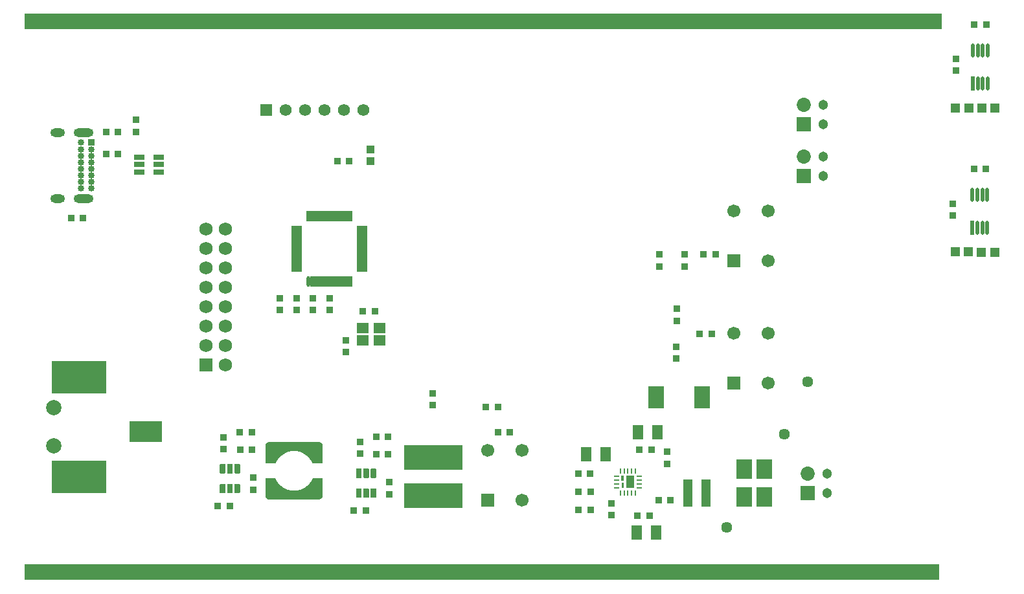
<source format=gts>
G04*
G04 #@! TF.GenerationSoftware,Altium Limited,Altium Designer,25.3.3 (18)*
G04*
G04 Layer_Color=8388736*
%FSLAX44Y44*%
%MOMM*%
G71*
G04*
G04 #@! TF.SameCoordinates,6D202E75-467B-4672-BE30-C010D47AD25D*
G04*
G04*
G04 #@! TF.FilePolarity,Negative*
G04*
G01*
G75*
%ADD17R,0.4980X1.8565*%
G04:AMPARAMS|DCode=18|XSize=1.8565mm|YSize=0.498mm|CornerRadius=0.249mm|HoleSize=0mm|Usage=FLASHONLY|Rotation=90.000|XOffset=0mm|YOffset=0mm|HoleType=Round|Shape=RoundedRectangle|*
%AMROUNDEDRECTD18*
21,1,1.8565,0.0000,0,0,90.0*
21,1,1.3585,0.4980,0,0,90.0*
1,1,0.4980,0.0000,0.6793*
1,1,0.4980,0.0000,-0.6793*
1,1,0.4980,0.0000,-0.6793*
1,1,0.4980,0.0000,0.6793*
%
%ADD18ROUNDEDRECTD18*%
%ADD19R,0.8587X0.9121*%
%ADD20R,0.9121X0.8587*%
%ADD24R,0.3000X0.6500*%
%ADD25R,0.6500X0.2500*%
%ADD26R,0.2500X0.6500*%
%ADD27R,1.0000X0.7000*%
%ADD30R,2.0000X3.0000*%
%ADD40R,119.5248X2.0066*%
%ADD41R,1.0160X0.7366*%
%ADD42R,119.8804X2.0066*%
%ADD43R,1.2032X1.2032*%
%ADD44R,7.7032X3.2032*%
%ADD45R,1.3532X1.9032*%
%ADD46R,1.6032X1.4032*%
%ADD47R,1.4032X0.8032*%
%ADD48R,2.0032X2.6032*%
%ADD49R,1.1832X3.6032*%
%ADD50O,0.5032X1.4032*%
%ADD51R,0.5032X1.4032*%
%ADD52R,1.4032X0.5032*%
%ADD53R,0.3302X0.3302*%
%ADD54R,1.0032X1.0032*%
%ADD55R,7.2032X4.2032*%
%ADD56R,4.2032X2.7032*%
%ADD57C,1.7012*%
%ADD58R,1.7012X1.7012*%
%ADD59O,1.9032X1.1032*%
%ADD60O,2.6032X1.1032*%
%ADD61R,0.8532X0.8532*%
%ADD62C,0.8532*%
%ADD63R,1.8532X1.8532*%
%ADD64C,1.8532*%
%ADD65C,1.3032*%
%ADD66C,1.4432*%
%ADD67R,1.7332X1.7332*%
%ADD68C,1.7332*%
%ADD69C,1.5700*%
%ADD70R,1.5700X1.5700*%
%ADD71C,2.0032*%
G36*
X385058Y180238D02*
X385318Y180218D01*
X385578Y180188D01*
X385838Y180138D01*
X386088Y180078D01*
X386348Y180008D01*
X386588Y179918D01*
X386828Y179818D01*
X387068Y179708D01*
X387298Y179578D01*
X387518Y179438D01*
X387738Y179298D01*
X387948Y179138D01*
X388148Y178968D01*
X388338Y178788D01*
X388518Y178598D01*
X388688Y178398D01*
X388848Y178188D01*
X388988Y177968D01*
X389128Y177748D01*
X389258Y177518D01*
X389368Y177278D01*
X389468Y177038D01*
X389558Y176798D01*
X389628Y176538D01*
X389688Y176288D01*
X389738Y176028D01*
X389768Y175768D01*
X389788Y175508D01*
X389798Y175248D01*
Y152248D01*
X376508D01*
X376178Y153058D01*
X375748Y154008D01*
X375278Y154938D01*
X374768Y155848D01*
X374228Y156738D01*
X373648Y157598D01*
X373038Y158448D01*
X372398Y159268D01*
X371718Y160058D01*
X371008Y160818D01*
X370268Y161558D01*
X369498Y162258D01*
X368708Y162938D01*
X367888Y163578D01*
X367038Y164178D01*
X366168Y164758D01*
X365278Y165288D01*
X364358Y165798D01*
X363428Y166258D01*
X362478Y166688D01*
X361508Y167068D01*
X360528Y167418D01*
X359528Y167728D01*
X358528Y167998D01*
X357508Y168228D01*
X356478Y168418D01*
X355448Y168558D01*
X354418Y168668D01*
X353378Y168728D01*
X352298Y168748D01*
X351218Y168728D01*
X350178Y168668D01*
X349148Y168558D01*
X348118Y168418D01*
X347088Y168228D01*
X346068Y167998D01*
X345068Y167728D01*
X344068Y167418D01*
X343088Y167068D01*
X342118Y166688D01*
X341168Y166258D01*
X340238Y165798D01*
X339318Y165288D01*
X338428Y164758D01*
X337558Y164178D01*
X336708Y163578D01*
X335888Y162938D01*
X335098Y162258D01*
X334328Y161558D01*
X333588Y160818D01*
X332878Y160058D01*
X332198Y159268D01*
X331558Y158448D01*
X330948Y157598D01*
X330368Y156738D01*
X329828Y155848D01*
X329318Y154938D01*
X328848Y154008D01*
X328418Y153058D01*
X328088Y152248D01*
X314798D01*
Y175248D01*
X314808Y175508D01*
X314828Y175768D01*
X314858Y176028D01*
X314908Y176288D01*
X314968Y176538D01*
X315038Y176798D01*
X315128Y177038D01*
X315228Y177278D01*
X315338Y177518D01*
X315468Y177748D01*
X315608Y177968D01*
X315748Y178188D01*
X315908Y178398D01*
X316078Y178598D01*
X316258Y178788D01*
X316448Y178968D01*
X316648Y179138D01*
X316858Y179298D01*
X317078Y179438D01*
X317298Y179578D01*
X317528Y179708D01*
X317768Y179818D01*
X318008Y179918D01*
X318248Y180008D01*
X318508Y180078D01*
X318758Y180138D01*
X319018Y180188D01*
X319278Y180218D01*
X319538Y180238D01*
X319798Y180248D01*
X384798D01*
X385058Y180238D01*
D02*
G37*
G36*
X280608Y151658D02*
X280668D01*
X280728Y151638D01*
X280788Y151628D01*
X280848Y151608D01*
X280908Y151588D01*
X280968Y151568D01*
X281018Y151538D01*
X281078Y151508D01*
X281128Y151478D01*
X281188Y151438D01*
X281238Y151398D01*
X281278Y151358D01*
X281328Y151318D01*
X281368Y151268D01*
X281408Y151228D01*
X281448Y151178D01*
X281488Y151118D01*
X281518Y151068D01*
X281548Y151008D01*
X281578Y150958D01*
X281598Y150898D01*
X281618Y150838D01*
X281638Y150778D01*
X281648Y150718D01*
X281668Y150658D01*
Y150598D01*
X281678Y150528D01*
Y140408D01*
X281668Y140338D01*
Y140278D01*
X281648Y140218D01*
X281638Y140158D01*
X281618Y140098D01*
X281598Y140038D01*
X281578Y139978D01*
X281548Y139928D01*
X281518Y139868D01*
X281488Y139818D01*
X281448Y139758D01*
X281408Y139708D01*
X281368Y139668D01*
X281328Y139618D01*
X281278Y139578D01*
X281238Y139538D01*
X281188Y139498D01*
X281128Y139458D01*
X281078Y139428D01*
X281018Y139398D01*
X280968Y139368D01*
X280908Y139348D01*
X280848Y139328D01*
X280788Y139308D01*
X280728Y139298D01*
X280668Y139278D01*
X280608D01*
X280538Y139268D01*
X275418D01*
X275348Y139278D01*
X275288D01*
X275228Y139298D01*
X275168Y139308D01*
X275108Y139328D01*
X275048Y139348D01*
X274988Y139368D01*
X274938Y139398D01*
X274878Y139428D01*
X274828Y139458D01*
X274768Y139498D01*
X274718Y139538D01*
X274678Y139578D01*
X274628Y139618D01*
X274588Y139668D01*
X274548Y139708D01*
X274508Y139758D01*
X274468Y139818D01*
X274438Y139868D01*
X274408Y139928D01*
X274378Y139978D01*
X274358Y140038D01*
X274338Y140098D01*
X274318Y140158D01*
X274308Y140218D01*
X274288Y140278D01*
Y140338D01*
X274278Y140408D01*
Y150528D01*
X274288Y150598D01*
Y150658D01*
X274308Y150718D01*
X274318Y150778D01*
X274338Y150838D01*
X274358Y150898D01*
X274378Y150958D01*
X274408Y151008D01*
X274438Y151068D01*
X274468Y151118D01*
X274508Y151178D01*
X274548Y151228D01*
X274588Y151268D01*
X274628Y151318D01*
X274678Y151358D01*
X274718Y151398D01*
X274768Y151438D01*
X274828Y151478D01*
X274878Y151508D01*
X274938Y151538D01*
X274988Y151568D01*
X275048Y151588D01*
X275108Y151608D01*
X275168Y151628D01*
X275228Y151638D01*
X275288Y151658D01*
X275348D01*
X275418Y151668D01*
X280538D01*
X280608Y151658D01*
D02*
G37*
G36*
X271108D02*
X271168D01*
X271228Y151638D01*
X271288Y151628D01*
X271348Y151608D01*
X271408Y151588D01*
X271468Y151568D01*
X271518Y151538D01*
X271578Y151508D01*
X271628Y151478D01*
X271688Y151438D01*
X271738Y151398D01*
X271778Y151358D01*
X271828Y151318D01*
X271868Y151268D01*
X271908Y151228D01*
X271948Y151178D01*
X271988Y151118D01*
X272018Y151068D01*
X272048Y151008D01*
X272078Y150958D01*
X272098Y150898D01*
X272118Y150838D01*
X272138Y150778D01*
X272148Y150718D01*
X272168Y150658D01*
Y150598D01*
X272178Y150528D01*
Y140408D01*
X272168Y140338D01*
Y140278D01*
X272148Y140218D01*
X272138Y140158D01*
X272118Y140098D01*
X272098Y140038D01*
X272078Y139978D01*
X272048Y139928D01*
X272018Y139868D01*
X271988Y139818D01*
X271948Y139758D01*
X271908Y139708D01*
X271868Y139668D01*
X271828Y139618D01*
X271778Y139578D01*
X271738Y139538D01*
X271688Y139498D01*
X271628Y139458D01*
X271578Y139428D01*
X271518Y139398D01*
X271468Y139368D01*
X271408Y139348D01*
X271348Y139328D01*
X271288Y139308D01*
X271228Y139298D01*
X271168Y139278D01*
X271108D01*
X271038Y139268D01*
X265918D01*
X265848Y139278D01*
X265788D01*
X265728Y139298D01*
X265668Y139308D01*
X265608Y139328D01*
X265548Y139348D01*
X265488Y139368D01*
X265438Y139398D01*
X265378Y139428D01*
X265328Y139458D01*
X265268Y139498D01*
X265218Y139538D01*
X265178Y139578D01*
X265128Y139618D01*
X265088Y139668D01*
X265048Y139708D01*
X265008Y139758D01*
X264968Y139818D01*
X264938Y139868D01*
X264908Y139928D01*
X264878Y139978D01*
X264858Y140038D01*
X264838Y140098D01*
X264818Y140158D01*
X264808Y140218D01*
X264788Y140278D01*
Y140338D01*
X264778Y140408D01*
Y150528D01*
X264788Y150598D01*
Y150658D01*
X264808Y150718D01*
X264818Y150778D01*
X264838Y150838D01*
X264858Y150898D01*
X264878Y150958D01*
X264908Y151008D01*
X264938Y151068D01*
X264968Y151118D01*
X265008Y151178D01*
X265048Y151228D01*
X265088Y151268D01*
X265128Y151318D01*
X265178Y151358D01*
X265218Y151398D01*
X265268Y151438D01*
X265328Y151478D01*
X265378Y151508D01*
X265438Y151538D01*
X265488Y151568D01*
X265548Y151588D01*
X265608Y151608D01*
X265668Y151628D01*
X265728Y151638D01*
X265788Y151658D01*
X265848D01*
X265918Y151668D01*
X271038D01*
X271108Y151658D01*
D02*
G37*
G36*
X261608D02*
X261668D01*
X261728Y151638D01*
X261788Y151628D01*
X261848Y151608D01*
X261908Y151588D01*
X261968Y151568D01*
X262018Y151538D01*
X262078Y151508D01*
X262128Y151478D01*
X262188Y151438D01*
X262238Y151398D01*
X262278Y151358D01*
X262328Y151318D01*
X262368Y151268D01*
X262408Y151228D01*
X262448Y151178D01*
X262488Y151118D01*
X262518Y151068D01*
X262548Y151008D01*
X262578Y150958D01*
X262598Y150898D01*
X262618Y150838D01*
X262638Y150778D01*
X262648Y150718D01*
X262668Y150658D01*
Y150598D01*
X262678Y150528D01*
Y140408D01*
X262668Y140338D01*
Y140278D01*
X262648Y140218D01*
X262638Y140158D01*
X262618Y140098D01*
X262598Y140038D01*
X262578Y139978D01*
X262548Y139928D01*
X262518Y139868D01*
X262488Y139818D01*
X262448Y139758D01*
X262408Y139708D01*
X262368Y139668D01*
X262328Y139618D01*
X262278Y139578D01*
X262238Y139538D01*
X262188Y139498D01*
X262128Y139458D01*
X262078Y139428D01*
X262018Y139398D01*
X261968Y139368D01*
X261908Y139348D01*
X261848Y139328D01*
X261788Y139308D01*
X261728Y139298D01*
X261668Y139278D01*
X261608D01*
X261538Y139268D01*
X256418D01*
X256348Y139278D01*
X256288D01*
X256228Y139298D01*
X256168Y139308D01*
X256108Y139328D01*
X256048Y139348D01*
X255988Y139368D01*
X255938Y139398D01*
X255878Y139428D01*
X255828Y139458D01*
X255768Y139498D01*
X255718Y139538D01*
X255678Y139578D01*
X255628Y139618D01*
X255588Y139668D01*
X255548Y139708D01*
X255508Y139758D01*
X255468Y139818D01*
X255438Y139868D01*
X255408Y139928D01*
X255378Y139978D01*
X255358Y140038D01*
X255338Y140098D01*
X255318Y140158D01*
X255308Y140218D01*
X255288Y140278D01*
Y140338D01*
X255278Y140408D01*
Y150528D01*
X255288Y150598D01*
Y150658D01*
X255308Y150718D01*
X255318Y150778D01*
X255338Y150838D01*
X255358Y150898D01*
X255378Y150958D01*
X255408Y151008D01*
X255438Y151068D01*
X255468Y151118D01*
X255508Y151178D01*
X255548Y151228D01*
X255588Y151268D01*
X255628Y151318D01*
X255678Y151358D01*
X255718Y151398D01*
X255768Y151438D01*
X255828Y151478D01*
X255878Y151508D01*
X255938Y151538D01*
X255988Y151568D01*
X256048Y151588D01*
X256108Y151608D01*
X256168Y151628D01*
X256228Y151638D01*
X256288Y151658D01*
X256348D01*
X256418Y151668D01*
X261538D01*
X261608Y151658D01*
D02*
G37*
G36*
X458662Y145682D02*
X458722D01*
X458782Y145662D01*
X458842Y145652D01*
X458902Y145632D01*
X458962Y145612D01*
X459022Y145592D01*
X459072Y145562D01*
X459132Y145532D01*
X459182Y145502D01*
X459242Y145462D01*
X459292Y145422D01*
X459332Y145382D01*
X459382Y145342D01*
X459422Y145292D01*
X459462Y145252D01*
X459502Y145202D01*
X459542Y145142D01*
X459572Y145092D01*
X459602Y145032D01*
X459632Y144982D01*
X459652Y144922D01*
X459672Y144862D01*
X459692Y144802D01*
X459702Y144742D01*
X459722Y144682D01*
Y144622D01*
X459732Y144552D01*
Y134432D01*
X459722Y134362D01*
Y134302D01*
X459702Y134242D01*
X459692Y134182D01*
X459672Y134122D01*
X459652Y134062D01*
X459632Y134002D01*
X459602Y133952D01*
X459572Y133892D01*
X459542Y133842D01*
X459502Y133782D01*
X459462Y133732D01*
X459422Y133692D01*
X459382Y133642D01*
X459332Y133602D01*
X459292Y133562D01*
X459242Y133522D01*
X459182Y133482D01*
X459132Y133452D01*
X459072Y133422D01*
X459022Y133392D01*
X458962Y133372D01*
X458902Y133352D01*
X458842Y133332D01*
X458782Y133322D01*
X458722Y133302D01*
X458662D01*
X458592Y133292D01*
X453472D01*
X453402Y133302D01*
X453342D01*
X453282Y133322D01*
X453222Y133332D01*
X453162Y133352D01*
X453102Y133372D01*
X453042Y133392D01*
X452992Y133422D01*
X452932Y133452D01*
X452882Y133482D01*
X452822Y133522D01*
X452772Y133562D01*
X452732Y133602D01*
X452682Y133642D01*
X452642Y133692D01*
X452602Y133732D01*
X452562Y133782D01*
X452522Y133842D01*
X452492Y133892D01*
X452462Y133952D01*
X452432Y134002D01*
X452412Y134062D01*
X452392Y134122D01*
X452372Y134182D01*
X452362Y134242D01*
X452342Y134302D01*
Y134362D01*
X452332Y134432D01*
Y144552D01*
X452342Y144622D01*
Y144682D01*
X452362Y144742D01*
X452372Y144802D01*
X452392Y144862D01*
X452412Y144922D01*
X452432Y144982D01*
X452462Y145032D01*
X452492Y145092D01*
X452522Y145142D01*
X452562Y145202D01*
X452602Y145252D01*
X452642Y145292D01*
X452682Y145342D01*
X452732Y145382D01*
X452772Y145422D01*
X452822Y145462D01*
X452882Y145502D01*
X452932Y145532D01*
X452992Y145562D01*
X453042Y145592D01*
X453102Y145612D01*
X453162Y145632D01*
X453222Y145652D01*
X453282Y145662D01*
X453342Y145682D01*
X453402D01*
X453472Y145692D01*
X458592D01*
X458662Y145682D01*
D02*
G37*
G36*
X449162D02*
X449222D01*
X449282Y145662D01*
X449342Y145652D01*
X449402Y145632D01*
X449462Y145612D01*
X449522Y145592D01*
X449572Y145562D01*
X449632Y145532D01*
X449682Y145502D01*
X449742Y145462D01*
X449792Y145422D01*
X449832Y145382D01*
X449882Y145342D01*
X449922Y145292D01*
X449962Y145252D01*
X450002Y145202D01*
X450042Y145142D01*
X450072Y145092D01*
X450102Y145032D01*
X450132Y144982D01*
X450152Y144922D01*
X450172Y144862D01*
X450192Y144802D01*
X450202Y144742D01*
X450222Y144682D01*
Y144622D01*
X450232Y144552D01*
Y134432D01*
X450222Y134362D01*
Y134302D01*
X450202Y134242D01*
X450192Y134182D01*
X450172Y134122D01*
X450152Y134062D01*
X450132Y134002D01*
X450102Y133952D01*
X450072Y133892D01*
X450042Y133842D01*
X450002Y133782D01*
X449962Y133732D01*
X449922Y133692D01*
X449882Y133642D01*
X449832Y133602D01*
X449792Y133562D01*
X449742Y133522D01*
X449682Y133482D01*
X449632Y133452D01*
X449572Y133422D01*
X449522Y133392D01*
X449462Y133372D01*
X449402Y133352D01*
X449342Y133332D01*
X449282Y133322D01*
X449222Y133302D01*
X449162D01*
X449092Y133292D01*
X443972D01*
X443902Y133302D01*
X443842D01*
X443782Y133322D01*
X443722Y133332D01*
X443662Y133352D01*
X443602Y133372D01*
X443542Y133392D01*
X443492Y133422D01*
X443432Y133452D01*
X443382Y133482D01*
X443322Y133522D01*
X443272Y133562D01*
X443232Y133602D01*
X443182Y133642D01*
X443142Y133692D01*
X443102Y133732D01*
X443062Y133782D01*
X443022Y133842D01*
X442992Y133892D01*
X442962Y133952D01*
X442932Y134002D01*
X442912Y134062D01*
X442892Y134122D01*
X442872Y134182D01*
X442862Y134242D01*
X442842Y134302D01*
Y134362D01*
X442832Y134432D01*
Y144552D01*
X442842Y144622D01*
Y144682D01*
X442862Y144742D01*
X442872Y144802D01*
X442892Y144862D01*
X442912Y144922D01*
X442932Y144982D01*
X442962Y145032D01*
X442992Y145092D01*
X443022Y145142D01*
X443062Y145202D01*
X443102Y145252D01*
X443142Y145292D01*
X443182Y145342D01*
X443232Y145382D01*
X443272Y145422D01*
X443322Y145462D01*
X443382Y145502D01*
X443432Y145532D01*
X443492Y145562D01*
X443542Y145592D01*
X443602Y145612D01*
X443662Y145632D01*
X443722Y145652D01*
X443782Y145662D01*
X443842Y145682D01*
X443902D01*
X443972Y145692D01*
X449092D01*
X449162Y145682D01*
D02*
G37*
G36*
X439662D02*
X439722D01*
X439782Y145662D01*
X439842Y145652D01*
X439902Y145632D01*
X439962Y145612D01*
X440022Y145592D01*
X440072Y145562D01*
X440132Y145532D01*
X440182Y145502D01*
X440242Y145462D01*
X440292Y145422D01*
X440332Y145382D01*
X440382Y145342D01*
X440422Y145292D01*
X440462Y145252D01*
X440502Y145202D01*
X440542Y145142D01*
X440572Y145092D01*
X440602Y145032D01*
X440632Y144982D01*
X440652Y144922D01*
X440672Y144862D01*
X440692Y144802D01*
X440702Y144742D01*
X440722Y144682D01*
Y144622D01*
X440732Y144552D01*
Y134432D01*
X440722Y134362D01*
Y134302D01*
X440702Y134242D01*
X440692Y134182D01*
X440672Y134122D01*
X440652Y134062D01*
X440632Y134002D01*
X440602Y133952D01*
X440572Y133892D01*
X440542Y133842D01*
X440502Y133782D01*
X440462Y133732D01*
X440422Y133692D01*
X440382Y133642D01*
X440332Y133602D01*
X440292Y133562D01*
X440242Y133522D01*
X440182Y133482D01*
X440132Y133452D01*
X440072Y133422D01*
X440022Y133392D01*
X439962Y133372D01*
X439902Y133352D01*
X439842Y133332D01*
X439782Y133322D01*
X439722Y133302D01*
X439662D01*
X439592Y133292D01*
X434472D01*
X434402Y133302D01*
X434342D01*
X434282Y133322D01*
X434222Y133332D01*
X434162Y133352D01*
X434102Y133372D01*
X434042Y133392D01*
X433992Y133422D01*
X433932Y133452D01*
X433882Y133482D01*
X433822Y133522D01*
X433772Y133562D01*
X433732Y133602D01*
X433682Y133642D01*
X433642Y133692D01*
X433602Y133732D01*
X433562Y133782D01*
X433522Y133842D01*
X433492Y133892D01*
X433462Y133952D01*
X433432Y134002D01*
X433412Y134062D01*
X433392Y134122D01*
X433372Y134182D01*
X433362Y134242D01*
X433342Y134302D01*
Y134362D01*
X433332Y134432D01*
Y144552D01*
X433342Y144622D01*
Y144682D01*
X433362Y144742D01*
X433372Y144802D01*
X433392Y144862D01*
X433412Y144922D01*
X433432Y144982D01*
X433462Y145032D01*
X433492Y145092D01*
X433522Y145142D01*
X433562Y145202D01*
X433602Y145252D01*
X433642Y145292D01*
X433682Y145342D01*
X433732Y145382D01*
X433772Y145422D01*
X433822Y145462D01*
X433882Y145502D01*
X433932Y145532D01*
X433992Y145562D01*
X434042Y145592D01*
X434102Y145612D01*
X434162Y145632D01*
X434222Y145652D01*
X434282Y145662D01*
X434342Y145682D01*
X434402D01*
X434472Y145692D01*
X439592D01*
X439662Y145682D01*
D02*
G37*
G36*
X783464Y126698D02*
X783464Y120198D01*
X781214Y120198D01*
X780464Y121086D01*
Y126698D01*
X780464Y126698D01*
X783464Y126698D01*
D02*
G37*
G36*
X389798Y110248D02*
X389788Y109988D01*
X389768Y109728D01*
X389738Y109468D01*
X389688Y109208D01*
X389628Y108958D01*
X389558Y108698D01*
X389468Y108458D01*
X389368Y108218D01*
X389258Y107978D01*
X389128Y107748D01*
X388988Y107528D01*
X388848Y107308D01*
X388688Y107098D01*
X388518Y106898D01*
X388338Y106708D01*
X388148Y106528D01*
X387948Y106358D01*
X387738Y106198D01*
X387518Y106058D01*
X387298Y105918D01*
X387068Y105788D01*
X386828Y105678D01*
X386588Y105578D01*
X386348Y105488D01*
X386088Y105418D01*
X385838Y105358D01*
X385578Y105308D01*
X385318Y105278D01*
X385058Y105258D01*
X384798Y105248D01*
X319798D01*
X319538Y105258D01*
X319278Y105278D01*
X319018Y105308D01*
X318758Y105358D01*
X318508Y105418D01*
X318248Y105488D01*
X318008Y105578D01*
X317768Y105678D01*
X317528Y105788D01*
X317298Y105918D01*
X317078Y106058D01*
X316858Y106198D01*
X316648Y106358D01*
X316448Y106528D01*
X316258Y106708D01*
X316078Y106898D01*
X315908Y107098D01*
X315748Y107308D01*
X315608Y107528D01*
X315468Y107748D01*
X315338Y107978D01*
X315228Y108218D01*
X315128Y108458D01*
X315038Y108698D01*
X314968Y108958D01*
X314908Y109208D01*
X314858Y109468D01*
X314828Y109728D01*
X314808Y109988D01*
X314798Y110248D01*
Y133248D01*
X328088D01*
X328418Y132438D01*
X328848Y131488D01*
X329318Y130558D01*
X329828Y129648D01*
X330368Y128758D01*
X330948Y127898D01*
X331558Y127048D01*
X332198Y126228D01*
X332878Y125438D01*
X333588Y124678D01*
X334328Y123938D01*
X335098Y123238D01*
X335888Y122558D01*
X336708Y121918D01*
X337558Y121318D01*
X338428Y120738D01*
X339318Y120208D01*
X340238Y119698D01*
X341168Y119238D01*
X342118Y118808D01*
X343088Y118428D01*
X344068Y118078D01*
X345068Y117768D01*
X346068Y117498D01*
X347088Y117268D01*
X348118Y117078D01*
X349148Y116938D01*
X350178Y116828D01*
X351218Y116768D01*
X352298Y116748D01*
X353378Y116768D01*
X354418Y116828D01*
X355448Y116938D01*
X356478Y117078D01*
X357508Y117268D01*
X358528Y117498D01*
X359528Y117768D01*
X360528Y118078D01*
X361508Y118428D01*
X362478Y118808D01*
X363428Y119238D01*
X364358Y119698D01*
X365278Y120208D01*
X366168Y120738D01*
X367038Y121318D01*
X367888Y121918D01*
X368708Y122558D01*
X369498Y123238D01*
X370268Y123938D01*
X371008Y124678D01*
X371718Y125438D01*
X372398Y126228D01*
X373038Y127048D01*
X373648Y127898D01*
X374228Y128758D01*
X374768Y129648D01*
X375278Y130558D01*
X375748Y131488D01*
X376178Y132438D01*
X376508Y133248D01*
X389798D01*
Y110248D01*
D02*
G37*
G36*
X280608Y125658D02*
X280668D01*
X280728Y125638D01*
X280788Y125628D01*
X280848Y125608D01*
X280908Y125588D01*
X280968Y125568D01*
X281018Y125538D01*
X281078Y125508D01*
X281128Y125478D01*
X281188Y125438D01*
X281238Y125398D01*
X281278Y125358D01*
X281328Y125318D01*
X281368Y125268D01*
X281408Y125228D01*
X281448Y125178D01*
X281488Y125118D01*
X281518Y125068D01*
X281548Y125008D01*
X281578Y124958D01*
X281598Y124898D01*
X281618Y124838D01*
X281638Y124778D01*
X281648Y124718D01*
X281668Y124658D01*
Y124598D01*
X281678Y124528D01*
Y114408D01*
X281668Y114338D01*
Y114278D01*
X281648Y114218D01*
X281638Y114158D01*
X281618Y114098D01*
X281598Y114038D01*
X281578Y113978D01*
X281548Y113928D01*
X281518Y113868D01*
X281488Y113818D01*
X281448Y113758D01*
X281408Y113708D01*
X281368Y113668D01*
X281328Y113618D01*
X281278Y113578D01*
X281238Y113538D01*
X281188Y113498D01*
X281128Y113458D01*
X281078Y113428D01*
X281018Y113398D01*
X280968Y113368D01*
X280908Y113348D01*
X280848Y113328D01*
X280788Y113308D01*
X280728Y113298D01*
X280668Y113278D01*
X280608D01*
X280538Y113268D01*
X275418D01*
X275348Y113278D01*
X275288D01*
X275228Y113298D01*
X275168Y113308D01*
X275108Y113328D01*
X275048Y113348D01*
X274988Y113368D01*
X274938Y113398D01*
X274878Y113428D01*
X274828Y113458D01*
X274768Y113498D01*
X274718Y113538D01*
X274678Y113578D01*
X274628Y113618D01*
X274588Y113668D01*
X274548Y113708D01*
X274508Y113758D01*
X274468Y113818D01*
X274438Y113868D01*
X274408Y113928D01*
X274378Y113978D01*
X274358Y114038D01*
X274338Y114098D01*
X274318Y114158D01*
X274308Y114218D01*
X274288Y114278D01*
Y114338D01*
X274278Y114408D01*
Y124528D01*
X274288Y124598D01*
Y124658D01*
X274308Y124718D01*
X274318Y124778D01*
X274338Y124838D01*
X274358Y124898D01*
X274378Y124958D01*
X274408Y125008D01*
X274438Y125068D01*
X274468Y125118D01*
X274508Y125178D01*
X274548Y125228D01*
X274588Y125268D01*
X274628Y125318D01*
X274678Y125358D01*
X274718Y125398D01*
X274768Y125438D01*
X274828Y125478D01*
X274878Y125508D01*
X274938Y125538D01*
X274988Y125568D01*
X275048Y125588D01*
X275108Y125608D01*
X275168Y125628D01*
X275228Y125638D01*
X275288Y125658D01*
X275348D01*
X275418Y125668D01*
X280538D01*
X280608Y125658D01*
D02*
G37*
G36*
X271108D02*
X271168D01*
X271228Y125638D01*
X271288Y125628D01*
X271348Y125608D01*
X271408Y125588D01*
X271468Y125568D01*
X271518Y125538D01*
X271578Y125508D01*
X271628Y125478D01*
X271688Y125438D01*
X271738Y125398D01*
X271778Y125358D01*
X271828Y125318D01*
X271868Y125268D01*
X271908Y125228D01*
X271948Y125178D01*
X271988Y125118D01*
X272018Y125068D01*
X272048Y125008D01*
X272078Y124958D01*
X272098Y124898D01*
X272118Y124838D01*
X272138Y124778D01*
X272148Y124718D01*
X272168Y124658D01*
Y124598D01*
X272178Y124528D01*
Y114408D01*
X272168Y114338D01*
Y114278D01*
X272148Y114218D01*
X272138Y114158D01*
X272118Y114098D01*
X272098Y114038D01*
X272078Y113978D01*
X272048Y113928D01*
X272018Y113868D01*
X271988Y113818D01*
X271948Y113758D01*
X271908Y113708D01*
X271868Y113668D01*
X271828Y113618D01*
X271778Y113578D01*
X271738Y113538D01*
X271688Y113498D01*
X271628Y113458D01*
X271578Y113428D01*
X271518Y113398D01*
X271468Y113368D01*
X271408Y113348D01*
X271348Y113328D01*
X271288Y113308D01*
X271228Y113298D01*
X271168Y113278D01*
X271108D01*
X271038Y113268D01*
X265918D01*
X265848Y113278D01*
X265788D01*
X265728Y113298D01*
X265668Y113308D01*
X265608Y113328D01*
X265548Y113348D01*
X265488Y113368D01*
X265438Y113398D01*
X265378Y113428D01*
X265328Y113458D01*
X265268Y113498D01*
X265218Y113538D01*
X265178Y113578D01*
X265128Y113618D01*
X265088Y113668D01*
X265048Y113708D01*
X265008Y113758D01*
X264968Y113818D01*
X264938Y113868D01*
X264908Y113928D01*
X264878Y113978D01*
X264858Y114038D01*
X264838Y114098D01*
X264818Y114158D01*
X264808Y114218D01*
X264788Y114278D01*
Y114338D01*
X264778Y114408D01*
Y124528D01*
X264788Y124598D01*
Y124658D01*
X264808Y124718D01*
X264818Y124778D01*
X264838Y124838D01*
X264858Y124898D01*
X264878Y124958D01*
X264908Y125008D01*
X264938Y125068D01*
X264968Y125118D01*
X265008Y125178D01*
X265048Y125228D01*
X265088Y125268D01*
X265128Y125318D01*
X265178Y125358D01*
X265218Y125398D01*
X265268Y125438D01*
X265328Y125478D01*
X265378Y125508D01*
X265438Y125538D01*
X265488Y125568D01*
X265548Y125588D01*
X265608Y125608D01*
X265668Y125628D01*
X265728Y125638D01*
X265788Y125658D01*
X265848D01*
X265918Y125668D01*
X271038D01*
X271108Y125658D01*
D02*
G37*
G36*
X261608D02*
X261668D01*
X261728Y125638D01*
X261788Y125628D01*
X261848Y125608D01*
X261908Y125588D01*
X261968Y125568D01*
X262018Y125538D01*
X262078Y125508D01*
X262128Y125478D01*
X262188Y125438D01*
X262238Y125398D01*
X262278Y125358D01*
X262328Y125318D01*
X262368Y125268D01*
X262408Y125228D01*
X262448Y125178D01*
X262488Y125118D01*
X262518Y125068D01*
X262548Y125008D01*
X262578Y124958D01*
X262598Y124898D01*
X262618Y124838D01*
X262638Y124778D01*
X262648Y124718D01*
X262668Y124658D01*
Y124598D01*
X262678Y124528D01*
Y114408D01*
X262668Y114338D01*
Y114278D01*
X262648Y114218D01*
X262638Y114158D01*
X262618Y114098D01*
X262598Y114038D01*
X262578Y113978D01*
X262548Y113928D01*
X262518Y113868D01*
X262488Y113818D01*
X262448Y113758D01*
X262408Y113708D01*
X262368Y113668D01*
X262328Y113618D01*
X262278Y113578D01*
X262238Y113538D01*
X262188Y113498D01*
X262128Y113458D01*
X262078Y113428D01*
X262018Y113398D01*
X261968Y113368D01*
X261908Y113348D01*
X261848Y113328D01*
X261788Y113308D01*
X261728Y113298D01*
X261668Y113278D01*
X261608D01*
X261538Y113268D01*
X256418D01*
X256348Y113278D01*
X256288D01*
X256228Y113298D01*
X256168Y113308D01*
X256108Y113328D01*
X256048Y113348D01*
X255988Y113368D01*
X255938Y113398D01*
X255878Y113428D01*
X255828Y113458D01*
X255768Y113498D01*
X255718Y113538D01*
X255678Y113578D01*
X255628Y113618D01*
X255588Y113668D01*
X255548Y113708D01*
X255508Y113758D01*
X255468Y113818D01*
X255438Y113868D01*
X255408Y113928D01*
X255378Y113978D01*
X255358Y114038D01*
X255338Y114098D01*
X255318Y114158D01*
X255308Y114218D01*
X255288Y114278D01*
Y114338D01*
X255278Y114408D01*
Y124528D01*
X255288Y124598D01*
Y124658D01*
X255308Y124718D01*
X255318Y124778D01*
X255338Y124838D01*
X255358Y124898D01*
X255378Y124958D01*
X255408Y125008D01*
X255438Y125068D01*
X255468Y125118D01*
X255508Y125178D01*
X255548Y125228D01*
X255588Y125268D01*
X255628Y125318D01*
X255678Y125358D01*
X255718Y125398D01*
X255768Y125438D01*
X255828Y125478D01*
X255878Y125508D01*
X255938Y125538D01*
X255988Y125568D01*
X256048Y125588D01*
X256108Y125608D01*
X256168Y125628D01*
X256228Y125638D01*
X256288Y125658D01*
X256348D01*
X256418Y125668D01*
X261538D01*
X261608Y125658D01*
D02*
G37*
G36*
X458662Y119682D02*
X458722D01*
X458782Y119662D01*
X458842Y119652D01*
X458902Y119632D01*
X458962Y119612D01*
X459022Y119592D01*
X459072Y119562D01*
X459132Y119532D01*
X459182Y119502D01*
X459242Y119462D01*
X459292Y119422D01*
X459332Y119382D01*
X459382Y119342D01*
X459422Y119292D01*
X459462Y119252D01*
X459502Y119202D01*
X459542Y119142D01*
X459572Y119092D01*
X459602Y119032D01*
X459632Y118982D01*
X459652Y118922D01*
X459672Y118862D01*
X459692Y118802D01*
X459702Y118742D01*
X459722Y118682D01*
Y118622D01*
X459732Y118552D01*
Y108432D01*
X459722Y108362D01*
Y108302D01*
X459702Y108242D01*
X459692Y108182D01*
X459672Y108122D01*
X459652Y108062D01*
X459632Y108002D01*
X459602Y107952D01*
X459572Y107892D01*
X459542Y107842D01*
X459502Y107782D01*
X459462Y107732D01*
X459422Y107692D01*
X459382Y107642D01*
X459332Y107602D01*
X459292Y107562D01*
X459242Y107522D01*
X459182Y107482D01*
X459132Y107452D01*
X459072Y107422D01*
X459022Y107392D01*
X458962Y107372D01*
X458902Y107352D01*
X458842Y107332D01*
X458782Y107322D01*
X458722Y107302D01*
X458662D01*
X458592Y107292D01*
X453472D01*
X453402Y107302D01*
X453342D01*
X453282Y107322D01*
X453222Y107332D01*
X453162Y107352D01*
X453102Y107372D01*
X453042Y107392D01*
X452992Y107422D01*
X452932Y107452D01*
X452882Y107482D01*
X452822Y107522D01*
X452772Y107562D01*
X452732Y107602D01*
X452682Y107642D01*
X452642Y107692D01*
X452602Y107732D01*
X452562Y107782D01*
X452522Y107842D01*
X452492Y107892D01*
X452462Y107952D01*
X452432Y108002D01*
X452412Y108062D01*
X452392Y108122D01*
X452372Y108182D01*
X452362Y108242D01*
X452342Y108302D01*
Y108362D01*
X452332Y108432D01*
Y118552D01*
X452342Y118622D01*
Y118682D01*
X452362Y118742D01*
X452372Y118802D01*
X452392Y118862D01*
X452412Y118922D01*
X452432Y118982D01*
X452462Y119032D01*
X452492Y119092D01*
X452522Y119142D01*
X452562Y119202D01*
X452602Y119252D01*
X452642Y119292D01*
X452682Y119342D01*
X452732Y119382D01*
X452772Y119422D01*
X452822Y119462D01*
X452882Y119502D01*
X452932Y119532D01*
X452992Y119562D01*
X453042Y119592D01*
X453102Y119612D01*
X453162Y119632D01*
X453222Y119652D01*
X453282Y119662D01*
X453342Y119682D01*
X453402D01*
X453472Y119692D01*
X458592D01*
X458662Y119682D01*
D02*
G37*
G36*
X449162D02*
X449222D01*
X449282Y119662D01*
X449342Y119652D01*
X449402Y119632D01*
X449462Y119612D01*
X449522Y119592D01*
X449572Y119562D01*
X449632Y119532D01*
X449682Y119502D01*
X449742Y119462D01*
X449792Y119422D01*
X449832Y119382D01*
X449882Y119342D01*
X449922Y119292D01*
X449962Y119252D01*
X450002Y119202D01*
X450042Y119142D01*
X450072Y119092D01*
X450102Y119032D01*
X450132Y118982D01*
X450152Y118922D01*
X450172Y118862D01*
X450192Y118802D01*
X450202Y118742D01*
X450222Y118682D01*
Y118622D01*
X450232Y118552D01*
Y108432D01*
X450222Y108362D01*
Y108302D01*
X450202Y108242D01*
X450192Y108182D01*
X450172Y108122D01*
X450152Y108062D01*
X450132Y108002D01*
X450102Y107952D01*
X450072Y107892D01*
X450042Y107842D01*
X450002Y107782D01*
X449962Y107732D01*
X449922Y107692D01*
X449882Y107642D01*
X449832Y107602D01*
X449792Y107562D01*
X449742Y107522D01*
X449682Y107482D01*
X449632Y107452D01*
X449572Y107422D01*
X449522Y107392D01*
X449462Y107372D01*
X449402Y107352D01*
X449342Y107332D01*
X449282Y107322D01*
X449222Y107302D01*
X449162D01*
X449092Y107292D01*
X443972D01*
X443902Y107302D01*
X443842D01*
X443782Y107322D01*
X443722Y107332D01*
X443662Y107352D01*
X443602Y107372D01*
X443542Y107392D01*
X443492Y107422D01*
X443432Y107452D01*
X443382Y107482D01*
X443322Y107522D01*
X443272Y107562D01*
X443232Y107602D01*
X443182Y107642D01*
X443142Y107692D01*
X443102Y107732D01*
X443062Y107782D01*
X443022Y107842D01*
X442992Y107892D01*
X442962Y107952D01*
X442932Y108002D01*
X442912Y108062D01*
X442892Y108122D01*
X442872Y108182D01*
X442862Y108242D01*
X442842Y108302D01*
Y108362D01*
X442832Y108432D01*
Y118552D01*
X442842Y118622D01*
Y118682D01*
X442862Y118742D01*
X442872Y118802D01*
X442892Y118862D01*
X442912Y118922D01*
X442932Y118982D01*
X442962Y119032D01*
X442992Y119092D01*
X443022Y119142D01*
X443062Y119202D01*
X443102Y119252D01*
X443142Y119292D01*
X443182Y119342D01*
X443232Y119382D01*
X443272Y119422D01*
X443322Y119462D01*
X443382Y119502D01*
X443432Y119532D01*
X443492Y119562D01*
X443542Y119592D01*
X443602Y119612D01*
X443662Y119632D01*
X443722Y119652D01*
X443782Y119662D01*
X443842Y119682D01*
X443902D01*
X443972Y119692D01*
X449092D01*
X449162Y119682D01*
D02*
G37*
G36*
X439662D02*
X439722D01*
X439782Y119662D01*
X439842Y119652D01*
X439902Y119632D01*
X439962Y119612D01*
X440022Y119592D01*
X440072Y119562D01*
X440132Y119532D01*
X440182Y119502D01*
X440242Y119462D01*
X440292Y119422D01*
X440332Y119382D01*
X440382Y119342D01*
X440422Y119292D01*
X440462Y119252D01*
X440502Y119202D01*
X440542Y119142D01*
X440572Y119092D01*
X440602Y119032D01*
X440632Y118982D01*
X440652Y118922D01*
X440672Y118862D01*
X440692Y118802D01*
X440702Y118742D01*
X440722Y118682D01*
Y118622D01*
X440732Y118552D01*
Y108432D01*
X440722Y108362D01*
Y108302D01*
X440702Y108242D01*
X440692Y108182D01*
X440672Y108122D01*
X440652Y108062D01*
X440632Y108002D01*
X440602Y107952D01*
X440572Y107892D01*
X440542Y107842D01*
X440502Y107782D01*
X440462Y107732D01*
X440422Y107692D01*
X440382Y107642D01*
X440332Y107602D01*
X440292Y107562D01*
X440242Y107522D01*
X440182Y107482D01*
X440132Y107452D01*
X440072Y107422D01*
X440022Y107392D01*
X439962Y107372D01*
X439902Y107352D01*
X439842Y107332D01*
X439782Y107322D01*
X439722Y107302D01*
X439662D01*
X439592Y107292D01*
X434472D01*
X434402Y107302D01*
X434342D01*
X434282Y107322D01*
X434222Y107332D01*
X434162Y107352D01*
X434102Y107372D01*
X434042Y107392D01*
X433992Y107422D01*
X433932Y107452D01*
X433882Y107482D01*
X433822Y107522D01*
X433772Y107562D01*
X433732Y107602D01*
X433682Y107642D01*
X433642Y107692D01*
X433602Y107732D01*
X433562Y107782D01*
X433522Y107842D01*
X433492Y107892D01*
X433462Y107952D01*
X433432Y108002D01*
X433412Y108062D01*
X433392Y108122D01*
X433372Y108182D01*
X433362Y108242D01*
X433342Y108302D01*
Y108362D01*
X433332Y108432D01*
Y118552D01*
X433342Y118622D01*
Y118682D01*
X433362Y118742D01*
X433372Y118802D01*
X433392Y118862D01*
X433412Y118922D01*
X433432Y118982D01*
X433462Y119032D01*
X433492Y119092D01*
X433522Y119142D01*
X433562Y119202D01*
X433602Y119252D01*
X433642Y119292D01*
X433682Y119342D01*
X433732Y119382D01*
X433772Y119422D01*
X433822Y119462D01*
X433882Y119502D01*
X433932Y119532D01*
X433992Y119562D01*
X434042Y119592D01*
X434102Y119612D01*
X434162Y119632D01*
X434222Y119652D01*
X434282Y119662D01*
X434342Y119682D01*
X434402D01*
X434472Y119692D01*
X439592D01*
X439662Y119682D01*
D02*
G37*
D17*
X1239168Y460583D02*
D03*
X1239676Y649559D02*
D03*
D18*
X1245668Y460583D02*
D03*
X1252168D02*
D03*
X1258668D02*
D03*
Y503601D02*
D03*
X1252168D02*
D03*
X1245668D02*
D03*
X1239168D02*
D03*
X1246176Y649559D02*
D03*
X1252676D02*
D03*
X1259176D02*
D03*
Y692577D02*
D03*
X1252676D02*
D03*
X1246176D02*
D03*
X1239676D02*
D03*
D19*
X1241151Y537972D02*
D03*
X1256685D02*
D03*
X442321Y351282D02*
D03*
X457855D02*
D03*
X459593Y187452D02*
D03*
X475127D02*
D03*
X446171Y90424D02*
D03*
X430637D02*
D03*
X803763Y170688D02*
D03*
X819297D02*
D03*
X424327Y548132D02*
D03*
X408793D02*
D03*
X475127Y164592D02*
D03*
X459593D02*
D03*
X1257193Y726694D02*
D03*
X1241659D02*
D03*
X297581Y170180D02*
D03*
X282047D02*
D03*
X268117Y96520D02*
D03*
X252583D02*
D03*
X739541Y138938D02*
D03*
X724007D02*
D03*
X801223Y83820D02*
D03*
X816757D02*
D03*
X828909Y104140D02*
D03*
X844443D02*
D03*
X619105Y193548D02*
D03*
X634639D02*
D03*
X281539D02*
D03*
X297073D02*
D03*
X898291Y321818D02*
D03*
X882757D02*
D03*
X903117Y426212D02*
D03*
X887583D02*
D03*
X724261Y91186D02*
D03*
X739795D02*
D03*
X724261Y115062D02*
D03*
X739795D02*
D03*
X618637Y226314D02*
D03*
X603103D02*
D03*
X122067Y586232D02*
D03*
X106533D02*
D03*
X76347Y473202D02*
D03*
X60813D02*
D03*
X122067Y557276D02*
D03*
X106533D02*
D03*
D20*
X1213612Y492145D02*
D03*
Y476611D02*
D03*
X145796Y586339D02*
D03*
Y601873D02*
D03*
X533654Y243987D02*
D03*
Y228453D02*
D03*
X839978Y167533D02*
D03*
Y151999D02*
D03*
X420116Y297795D02*
D03*
Y313329D02*
D03*
X399034Y353167D02*
D03*
Y368701D02*
D03*
X476504Y127655D02*
D03*
Y112121D02*
D03*
X298704Y133751D02*
D03*
Y118217D02*
D03*
X862838Y425851D02*
D03*
Y410317D02*
D03*
X852170Y305201D02*
D03*
Y289667D02*
D03*
X767588Y100223D02*
D03*
Y84689D02*
D03*
X333756Y368701D02*
D03*
Y353167D02*
D03*
X377275Y368701D02*
D03*
Y353167D02*
D03*
X355515Y368701D02*
D03*
Y353167D02*
D03*
X438404Y164953D02*
D03*
Y180487D02*
D03*
X1217422Y666349D02*
D03*
Y681883D02*
D03*
X260096Y171049D02*
D03*
Y186583D02*
D03*
X852424Y338943D02*
D03*
Y354477D02*
D03*
X830072Y425851D02*
D03*
Y410317D02*
D03*
D24*
X781964Y132948D02*
D03*
D25*
X774214Y120698D02*
D03*
Y125698D02*
D03*
Y130698D02*
D03*
Y135698D02*
D03*
X803214Y120698D02*
D03*
Y125698D02*
D03*
Y135698D02*
D03*
Y130698D02*
D03*
D26*
X778714Y113948D02*
D03*
X783714D02*
D03*
X798714D02*
D03*
X793714D02*
D03*
X788714D02*
D03*
X778714Y142448D02*
D03*
X783714D02*
D03*
X798714D02*
D03*
X793714D02*
D03*
X788714D02*
D03*
D27*
X791464Y132698D02*
D03*
Y123698D02*
D03*
D30*
X885726Y239014D02*
D03*
X825726D02*
D03*
D40*
X597446Y10033D02*
D03*
D41*
X791464Y128651D02*
D03*
D42*
X599224Y730377D02*
D03*
D43*
X1216406Y429006D02*
D03*
X1233678D02*
D03*
X1250950Y428752D02*
D03*
X1268222D02*
D03*
X1216914Y617728D02*
D03*
X1234186D02*
D03*
X1251458Y617474D02*
D03*
X1268730D02*
D03*
D44*
X534416Y110382D02*
D03*
Y160382D02*
D03*
D45*
X827074Y193294D02*
D03*
X801574D02*
D03*
X759256Y164338D02*
D03*
X733756D02*
D03*
X800050Y62230D02*
D03*
X825550D02*
D03*
D46*
X442390Y313310D02*
D03*
X464390D02*
D03*
Y329310D02*
D03*
X442390D02*
D03*
D47*
X175060Y533806D02*
D03*
Y552806D02*
D03*
Y543306D02*
D03*
X150060D02*
D03*
Y552806D02*
D03*
Y533806D02*
D03*
D48*
X967024Y144746D02*
D03*
X941024D02*
D03*
Y108746D02*
D03*
X967024D02*
D03*
D49*
X890856Y113792D02*
D03*
X867156D02*
D03*
D50*
X370906Y390652D02*
D03*
D51*
X375906D02*
D03*
X380906D02*
D03*
X385906D02*
D03*
X390906D02*
D03*
X395906D02*
D03*
X400906D02*
D03*
X405906D02*
D03*
X410906D02*
D03*
X415906D02*
D03*
X420906D02*
D03*
X425906D02*
D03*
Y475652D02*
D03*
X420906D02*
D03*
X415906D02*
D03*
X410906D02*
D03*
X405906D02*
D03*
X400906D02*
D03*
X395906D02*
D03*
X390906D02*
D03*
X385906D02*
D03*
X380906D02*
D03*
X375906D02*
D03*
X370906D02*
D03*
D52*
X440906Y405652D02*
D03*
Y410652D02*
D03*
Y415652D02*
D03*
Y420652D02*
D03*
Y425652D02*
D03*
Y430652D02*
D03*
Y435652D02*
D03*
Y440652D02*
D03*
Y445652D02*
D03*
Y450652D02*
D03*
Y455652D02*
D03*
Y460652D02*
D03*
X355906D02*
D03*
Y455652D02*
D03*
Y450652D02*
D03*
Y445652D02*
D03*
Y440652D02*
D03*
Y435652D02*
D03*
Y430652D02*
D03*
Y425652D02*
D03*
Y420652D02*
D03*
Y415652D02*
D03*
Y410652D02*
D03*
Y405652D02*
D03*
D53*
X15240Y730758D02*
D03*
Y10160D02*
D03*
D54*
X451866Y547998D02*
D03*
Y562998D02*
D03*
D55*
X71108Y135000D02*
D03*
Y265000D02*
D03*
D56*
X158608Y194000D02*
D03*
D57*
X972500Y322500D02*
D03*
X927500D02*
D03*
X972500Y257500D02*
D03*
Y417500D02*
D03*
X927500Y482500D02*
D03*
X972500D02*
D03*
X650388Y169406D02*
D03*
X605388D02*
D03*
X650388Y104406D02*
D03*
D58*
X927500Y257500D02*
D03*
Y417500D02*
D03*
X605388Y104406D02*
D03*
D59*
X43640Y585540D02*
D03*
Y499040D02*
D03*
D60*
X77440Y585540D02*
D03*
Y499040D02*
D03*
D61*
X87240Y572040D02*
D03*
D62*
Y563540D02*
D03*
Y555040D02*
D03*
Y529540D02*
D03*
Y521040D02*
D03*
Y512540D02*
D03*
X73740D02*
D03*
Y521040D02*
D03*
Y529540D02*
D03*
Y555040D02*
D03*
Y563540D02*
D03*
Y572040D02*
D03*
Y538040D02*
D03*
X87240Y546540D02*
D03*
Y538040D02*
D03*
X73740Y546540D02*
D03*
D63*
X1018286Y595884D02*
D03*
X1023366Y113284D02*
D03*
X1019048Y528066D02*
D03*
D64*
X1018286Y621284D02*
D03*
X1023366Y138684D02*
D03*
X1019048Y553466D02*
D03*
D65*
X1043686Y595884D02*
D03*
Y621284D02*
D03*
X1048766Y138684D02*
D03*
Y113284D02*
D03*
X1044448Y528066D02*
D03*
Y553466D02*
D03*
D66*
X1024128Y258826D02*
D03*
X917702Y69088D02*
D03*
X993648Y191008D02*
D03*
D67*
X237490Y281178D02*
D03*
D68*
X262890D02*
D03*
X237490Y306578D02*
D03*
X262890D02*
D03*
X237490Y331978D02*
D03*
X262890D02*
D03*
X237490Y357378D02*
D03*
X262890D02*
D03*
X237490Y382778D02*
D03*
X262890D02*
D03*
X237490Y408178D02*
D03*
X262890D02*
D03*
X237490Y433578D02*
D03*
X262890D02*
D03*
X237490Y458978D02*
D03*
X262890D02*
D03*
D69*
X443230Y614934D02*
D03*
X417830D02*
D03*
X392430D02*
D03*
X367030D02*
D03*
X341630D02*
D03*
D70*
X316230D02*
D03*
D71*
X38608Y175000D02*
D03*
Y225000D02*
D03*
M02*

</source>
